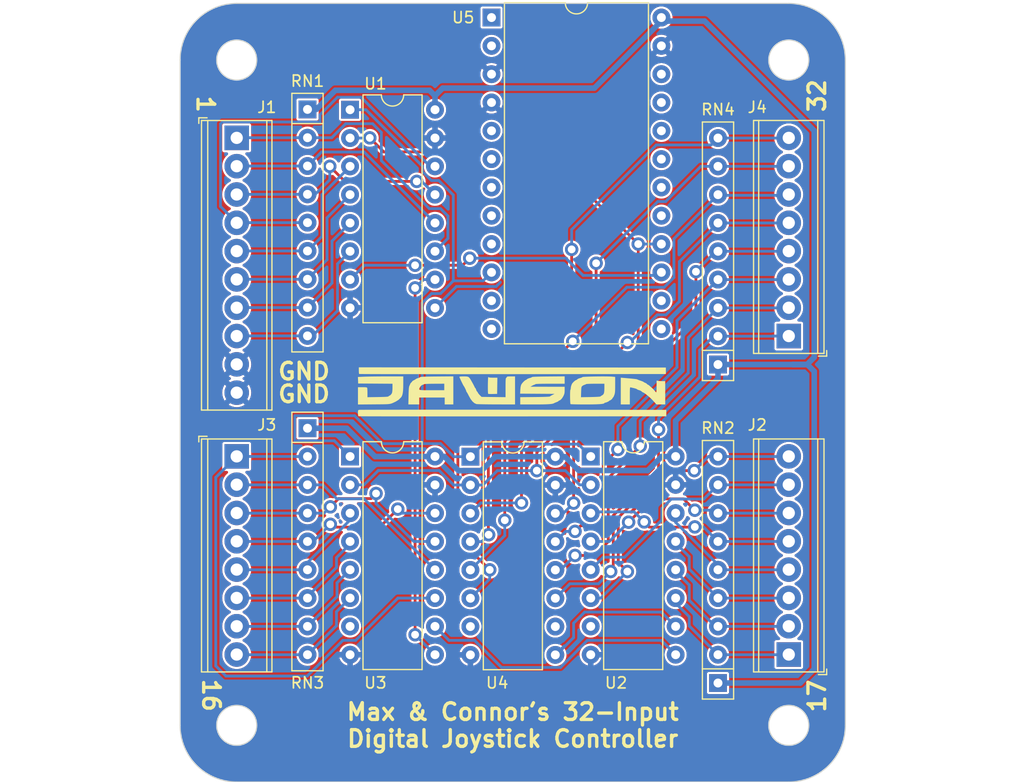
<source format=kicad_pcb>
(kicad_pcb (version 20211014) (generator pcbnew)
  (layers (0 "F.Cu" signal) (31 "B.Cu" signal) (34 "B.Paste" user) (35 "F.Paste" user) (36 "B.SilkS" user "B.Silkscreen") (37 "F.SilkS" user "F.Silkscreen") (38 "B.Mask" user) (39 "F.Mask" user) (44 "Edge.Cuts" user))
  (net 0 "")
  (net 1 "GNDREF")
  (net 2 "LOAD")
  (net 3 "SCLK")
  (net 4 "MISO")
  (net 5 "unconnected-(U1-Pad9)")
  (net 6 "9-16")
  (net 7 "+5V")
  (net 8 "17-24")
  (net 10 "25-32")
  (net 31 "/D0_0")
  (net 32 "/D1_0")
  (net 33 "/D2_0")
  (net 34 "/D3_0")
  (net 35 "/D4_0")
  (net 36 "/D5_0")
  (net 37 "/D6_0")
  (net 38 "/D7_0")
  (net 39 "/D0_2")
  (net 40 "/D1_2")
  (net 41 "/D2_2")
  (net 42 "/D3_2")
  (net 43 "/D4_2")
  (net 44 "/D5_2")
  (net 45 "/D6_2")
  (net 46 "/D7_2")
  (net 47 "/D0_1")
  (net 48 "/D1_1")
  (net 49 "/D2_1")
  (net 50 "/D3_1")
  (net 51 "/D4_1")
  (net 52 "/D5_1")
  (net 53 "/D6_1")
  (net 54 "/D7_1")
  (net 55 "/D0_3")
  (net 56 "/D1_3")
  (net 57 "/D2_3")
  (net 58 "/D3_3")
  (net 59 "/D4_3")
  (net 60 "/D5_3")
  (net 61 "/D6_3")
  (net 62 "/D7_3")
  (footprint "Package_DIP:DIP-16_W7.62mm" (layer "F.Cu") (at 124.47 83.835)
    (fp_text reference "U3")
    (fp_text value "74HC165")
  )
  (footprint "Resistor_THT:R_Array_SIP9" (layer "F.Cu") (at 157.48 104.155 90)
    (fp_text reference "RN2")
    (fp_text value "10K")
  )
  (footprint "dawson:dawson" (layer "F.Cu") (at 139 78)
    (fp_text reference "G***" hide)
    (fp_text value "LOGO" hide)
  )
  (footprint "synthead:Alignment_Pin" (layer "F.Cu") (at 93.472 77.851)
    (fp_text reference "2xPCB" hide)
    (fp_text value "Alignment_Pin")
  )
  (footprint "TerminalBlock_Phoenix:TerminalBlock_Phoenix_MPT-0,5-8-2.54_1x08_P2.54mm_Horizontal" (layer "F.Cu") (at 163.83 73.025 90)
    (fp_text reference "J4")
    (fp_text value "Inputs 25-32")
  )
  (footprint "synthead:Alignment_Pin" (layer "F.Cu") (at 174.244 78.359)
    (fp_text reference "2xPCB" hide)
    (fp_text value "Alignment_Pin")
  )
  (footprint "TerminalBlock_Phoenix:TerminalBlock_Phoenix_MPT-0,5-10-2.54_1x10_P2.54mm_Horizontal" (layer "F.Cu") (at 114.3 55.245 -90)
    (fp_text reference "J1")
    (fp_text value "Inputs 1-8")
  )
  (footprint "Resistor_THT:R_Array_SIP9" (layer "F.Cu") (at 120.65 52.69 -90)
    (fp_text reference "RN1")
    (fp_text value "10K")
  )
  (footprint "TerminalBlock_Phoenix:TerminalBlock_Phoenix_MPT-0,5-8-2.54_1x08_P2.54mm_Horizontal" (layer "F.Cu") (at 163.83 101.6 90)
    (fp_text reference "J2")
    (fp_text value "Inputs 17-24")
  )
  (footprint "Resistor_THT:R_Array_SIP9" (layer "F.Cu") (at 120.65 81.295 -90)
    (fp_text reference "RN3")
    (fp_text value "10K")
  )
  (footprint "Resistor_THT:R_Array_SIP9" (layer "F.Cu") (at 157.48 75.58 90)
    (fp_text reference "RN4")
    (fp_text value "10K")
  )
  (footprint "TerminalBlock_Phoenix:TerminalBlock_Phoenix_MPT-0,5-8-2.54_1x08_P2.54mm_Horizontal" (layer "F.Cu") (at 114.3 83.82 -90)
    (fp_text reference "J3")
    (fp_text value "Inputs 9-16")
  )
  (footprint "Package_DIP:DIP-16_W7.62mm" (layer "F.Cu") (at 135.265 83.85)
    (fp_text reference "U4")
    (fp_text value "74HC165")
  )
  (footprint "Package_DIP:DIP-16_W7.62mm" (layer "F.Cu") (at 146.06 83.835)
    (fp_text reference "U2")
    (fp_text value "74HC165")
  )
  (footprint "Package_DIP:DIP-16_W7.62mm" (layer "F.Cu") (at 124.47 52.72)
    (fp_text reference "U1")
    (fp_text value "74HC165")
  )
  (footprint "synthead:ProMicro" (layer "F.Cu") (at 144.78 57.15)
    (fp_text reference "U5")
    (fp_text value "ProMicro")
  )
  (gr_arc (start 163.83 43.18) (mid 167.422102 44.667898) (end 168.91 48.26) (layer "Edge.Cuts") (width 0.1))
  (gr_circle (center 114.3 107.949998) (end 116.096051 107.949998) (layer "Edge.Cuts") (width 0.1) (fill none))
  (gr_line (start 168.91 48.26) (end 168.91 107.95) (layer "Edge.Cuts") (width 0.1))
  (gr_arc (start 109.22 48.26) (mid 110.707898 44.667898) (end 114.3 43.18) (layer "Edge.Cuts") (width 0.1))
  (gr_circle (center 114.3 48.26) (end 115.57 46.99) (layer "Edge.Cuts") (width 0.1) (fill none))
  (gr_arc (start 168.91 107.95) (mid 167.422102 111.542102) (end 163.83 113.03) (layer "Edge.Cuts") (width 0.1))
  (gr_line (start 109.22 107.95) (end 109.22 48.26) (layer "Edge.Cuts") (width 0.1))
  (gr_circle (center 163.83 48.260002) (end 165.626051 48.260002) (layer "Edge.Cuts") (width 0.1) (fill none))
  (gr_line (start 114.3 43.18) (end 163.83 43.18) (layer "Edge.Cuts") (width 0.1))
  (gr_arc (start 114.3 113.03) (mid 110.707898 111.542102) (end 109.22 107.95) (layer "Edge.Cuts") (width 0.1))
  (gr_circle (center 163.83 107.949998) (end 165.626051 107.949998) (layer "Edge.Cuts") (width 0.1) (fill none))
  (gr_line (start 163.83 113.03) (end 114.3 113.03) (layer "Edge.Cuts") (width 0.1))
  (gr_text "16" (at 112.014 103.632 270) (layer "F.SilkS") (effects (font (size 1.5 1.5) (thickness 0.3)) (justify left)))
  (gr_text "Max & Connor's 32-Input\nDigital Joystick Controller" (at 139.065 107.95) (layer "F.SilkS") (effects (font (size 1.5 1.5) (thickness 0.3))))
  (gr_text "1" (at 111.506 51.308 270) (layer "F.SilkS") (effects (font (size 1.5 1.5) (thickness 0.3)) (justify left)))
  (gr_text "GND" (at 117.856 76.2) (layer "F.SilkS") (effects (font (size 1.5 1.5) (thickness 0.3)) (justify left)))
  (gr_text "GND" (at 117.856 78.232) (layer "F.SilkS") (effects (font (size 1.5 1.5) (thickness 0.3)) (justify left)))
  (gr_text "32" (at 166.37 53.086 90) (layer "F.SilkS") (effects (font (size 1.5 1.5) (thickness 0.3)) (justify left)))
  (gr_text "17" (at 166.37 106.934 90) (layer "F.SilkS") (effects (font (size 1.5 1.5) (thickness 0.3)) (justify left)))
  (segment (start 124.47 70.5) (end 125.095 70.5) (width 0.5) (layer "B.Cu") (net 1))
  (segment (start 132.588 82.677) (end 133.761 83.85) (width 0.25) (layer "B.Cu") (net 2))
  (segment (start 119.507 80.188978) (end 119.525489 80.170489) (width 0.25) (layer "B.Cu") (net 2))
  (segment (start 144.95 82.7247) (end 136.39 82.7247) (width 0.25) (layer "B.Cu") (net 2))
  (segment (start 124.47 52.72) (end 125.895 52.72) (width 0.25) (layer "B.Cu") (net 2))
  (segment (start 130.94 70.0594) (end 131.785 69.215) (width 0.25) (layer "B.Cu") (net 2))
  (segment (start 133.731 60.3737) (end 133.731 68.072) (width 0.25) (layer "B.Cu") (net 2))
  (segment (start 119.525489 82.419511) (end 119.507 82.401022) (width 0.25) (layer "B.Cu") (net 2))
  (segment (start 136.398 68.072) (end 133.731 68.072) (width 0.25) (layer "B.Cu") (net 2))
  (segment (start 119.507 82.401022) (end 119.507 80.188978) (width 0.25) (layer "B.Cu") (net 2))
  (segment (start 125.895 52.72) (end 130.965 57.7905) (width 0.25) (layer "B.Cu") (net 2))
  (segment (start 136.39 82.7247) (end 135.265 83.85) (width 0.25) (layer "B.Cu") (net 2))
  (segment (start 127.381 82.677) (end 132.588 82.677) (width 0.25) (layer "B.Cu") (net 2))
  (segment (start 131.785 69.215) (end 132.588 69.215) (width 0.25) (layer "B.Cu") (net 2))
  (segment (start 137.16 67.31) (end 136.398 68.072) (width 0.25) (layer "B.Cu") (net 2))
  (segment (start 124.874489 80.170489) (end 127.381 82.677) (width 0.25) (layer "B.Cu") (net 2))
  (segment (start 119.525489 80.170489) (end 124.874489 80.170489) (width 0.25) (layer "B.Cu") (net 2))
  (segment (start 130.965 57.7905) (end 130.965 58.2658) (width 0.25) (layer "B.Cu") (net 2))
  (segment (start 132.427 59.07) (end 133.731 60.3737) (width 0.25) (layer "B.Cu") (net 2))
  (segment (start 130.965 58.2658) (end 131.77 59.07) (width 0.25) (layer "B.Cu") (net 2))
  (segment (start 132.588 69.215) (end 133.731 68.072) (width 0.25) (layer "B.Cu") (net 2))
  (segment (start 123.054511 82.419511) (end 119.525489 82.419511) (width 0.25) (layer "B.Cu") (net 2))
  (segment (start 146.06 83.835) (end 144.95 82.7247) (width 0.25) (layer "B.Cu") (net 2))
  (segment (start 124.47 83.835) (end 123.054511 82.419511) (width 0.25) (layer "B.Cu") (net 2))
  (segment (start 130.94 82.6737) (end 130.94 70.0594) (width 0.25) (layer "B.Cu") (net 2))
  (segment (start 131.77 59.07) (end 132.427 59.07) (width 0.25) (layer "B.Cu") (net 2))
  (segment (start 133.761 83.85) (end 135.265 83.85) (width 0.25) (layer "B.Cu") (net 2))
  (segment (start 150.3235 74.3624) (end 150.3235 64.77) (width 0.25) (layer "F.Cu") (net 3))
  (segment (start 144.3293 80.3566) (end 150.3235 74.3624) (width 0.25) (layer "F.Cu") (net 3))
  (segment (start 143.9735 58.42) (end 135.4904 58.42) (width 0.25) (layer "F.Cu") (net 3))
  (segment (start 135.4904 58.42) (end 133.5704 56.5) (width 0.25) (layer "F.Cu") (net 3))
  (segment (start 127.493 56.5) (end 126.238 55.245) (width 0.25) (layer "F.Cu") (net 3))
  (segment (start 133.5704 56.5) (end 127.493 56.5) (width 0.25) (layer "F.Cu") (net 3))
  (segment (start 141.224 83.4619) (end 141.224 85.1002) (width 0.25) (layer "F.Cu") (net 3))
  (segment (start 144.3293 80.3566) (end 141.224 83.4619) (width 0.25) (layer "F.Cu") (net 3))
  (segment (start 150.3235 64.77) (end 143.9735 58.42) (width 0.25) (layer "F.Cu") (net 3))
  (via (at 126.238 55.245) (size 1.2) (drill 0.7) (layers "F.Cu" "B.Cu") (net 3))
  (via (at 150.3235 64.77) (size 1.2) (drill 0.7) (layers "F.Cu" "B.Cu") (net 3))
  (via (at 141.224 85.1002) (size 1.2) (drill 0.7) (layers "F.Cu" "B.Cu") (net 3))
  (segment (start 135.265 86.39) (end 133.761 86.39) (width 0.25) (layer "B.Cu") (net 3))
  (segment (start 124.47 55.26) (end 126.223 55.26) (width 0.25) (layer "B.Cu") (net 3))
  (segment (start 132.461 85.09) (end 127 85.09) (width 0.25) (layer "B.Cu") (net 3))
  (segment (start 133.761 86.39) (end 132.461 85.09) (width 0.25) (layer "B.Cu") (net 3))
  (segment (start 125.715 86.375) (end 124.47 86.375) (width 0.25) (layer "B.Cu") (net 3))
  (segment (start 146.06 86.375) (end 145.0625 86.375) (width 0.25) (layer "B.Cu") (net 3))
  (segment (start 127 85.09) (end 125.715 86.375) (width 0.25) (layer "B.Cu") (net 3))
  (segment (start 137.6801 85.1002) (end 136.3903 86.39) (width 0.25) (layer "B.Cu") (net 3))
  (segment (start 145.0625 86.375) (end 143.7877 85.1002) (width 0.25) (layer "B.Cu") (net 3))
  (segment (start 126.223 55.26) (end 126.238 55.245) (width 0.25) (layer "B.Cu") (net 3))
  (segment (start 143.7877 85.1002) (end 137.6801 85.1002) (width 0.25) (layer "B.Cu") (net 3))
  (segment (start 152.4 64.77) (end 150.3235 64.77) (width 0.25) (layer "B.Cu") (net 3))
  (segment (start 136.3903 86.39) (end 135.265 86.39) (width 0.25) (layer "B.Cu") (net 3))
  (segment (start 135.204 66.04) (end 134.569 66.675) (width 0.25) (layer "F.Cu") (net 4))
  (segment (start 134.569 66.675) (end 130.302 66.675) (width 0.25) (layer "F.Cu") (net 4))
  (via (at 130.302 66.675) (size 1.2) (drill 0.7) (layers "F.Cu" "B.Cu") (net 4))
  (via (at 135.204 66.04) (size 1.2) (drill 0.7) (layers "F.Cu" "B.Cu") (net 4))
  (segment (start 145.3768 67.5855) (end 143.8313 66.04) (width 0.25) (layer "B.Cu") (net 4))
  (segment (start 124.47 67.96) (end 125.755 66.675) (width 0.25) (layer "B.Cu") (net 4))
  (segment (start 125.755 66.675) (end 130.302 66.675) (width 0.25) (layer "B.Cu") (net 4))
  (segment (start 152.4 67.31) (end 152.1245 67.5855) (width 0.25) (layer "B.Cu") (net 4))
  (segment (start 152.1245 67.5855) (end 145.3768 67.5855) (width 0.25) (layer "B.Cu") (net 4))
  (segment (start 143.8313 66.04) (end 135.204 66.04) (width 0.25) (layer "B.Cu") (net 4))
  (segment (start 134.01 68.58) (end 137.573 68.58) (width 0.25) (layer "B.Cu") (net 5))
  (segment (start 132.09 70.5) (end 134.01 68.58) (width 0.25) (layer "B.Cu") (net 5))
  (segment (start 137.573 68.58) (end 137.954 68.199) (width 0.25) (layer "B.Cu") (net 5))
  (segment (start 130.302 99.822) (end 130.302 68.707) (width 0.25) (layer "F.Cu") (net 6))
  (via (at 130.302 68.707) (size 1.2) (drill 0.7) (layers "F.Cu" "B.Cu") (net 6))
  (via (at 130.302 99.822) (size 1.2) (drill 0.7) (layers "F.Cu" "B.Cu") (net 6))
  (segment (start 132.09 67.96) (end 131.049 67.96) (width 0.25) (layer "B.Cu") (net 6))
  (segment (start 132.09 101.615) (end 132.09 101.61) (width 0.25) (layer "B.Cu") (net 6))
  (segment (start 132.05 68) (end 132.09 67.96) (width 0.25) (layer "B.Cu") (net 6))
  (segment (start 132.09 101.61) (end 130.302 99.822) (width 0.25) (layer "B.Cu") (net 6))
  (segment (start 131.049 67.96) (end 130.302 68.707) (width 0.25) (layer "B.Cu") (net 6))
  (segment (start 152.4 44.7667) (end 156.273 44.7667) (width 0.5) (layer "B.Cu") (net 7))
  (segment (start 166.116 76.2) (end 165.496 75.58) (width 0.5) (layer "B.Cu") (net 7))
  (segment (start 166.116 102.897) (end 166.116 76.2) (width 0.5) (layer "B.Cu") (net 7))
  (segment (start 166.116 74.93) (end 165.466 75.58) (width 0.5) (layer "B.Cu") (net 7))
  (segment (start 131.599 50.9785) (end 132.09 51.4697) (width 0.5) (layer "B.Cu") (net 7))
  (segment (start 132.09 52.72) (end 132.09 51.4697) (width 0.5) (layer "B.Cu") (net 7))
  (segment (start 165.496 75.58) (end 165.466 75.58) (width 0.5) (layer "B.Cu") (net 7))
  (segment (start 165.466 75.58) (end 164.206 75.58) (width 0.5) (layer "B.Cu") (net 7))
  (segment (start 164.206 75.58) (end 157.48 75.58) (width 0.5) (layer "B.Cu") (net 7))
  (segment (start 123.15 50.9785) (end 131.599 50.9785) (width 0.5) (layer "B.Cu") (net 7))
  (segment (start 156.273 44.7667) (end 166.116 54.61) (width 0.5) (layer "B.Cu") (net 7))
  (segment (start 146.387431 50.779511) (end 132.780189 50.779511) (width 0.5) (layer "B.Cu") (net 7))
  (segment (start 132.09 83.835) (end 126.710518 83.835) (width 0.5) (layer "B.Cu") (net 7))
  (segment (start 165.466 75.58) (end 164.206 75.58) (width 0.5) (layer "B.Cu") (net 7))
  (segment (start 152.4 44.45) (end 152.4 44.7667) (width 0.5) (layer "B.Cu") (net 7))
  (segment (start 149.573971 47.592971) (end 146.387431 50.779511) (width 0.5) (layer "B.Cu") (net 7))
  (segment (start 166.116 54.61) (end 166.116 74.93) (width 0.5) (layer "B.Cu") (net 7))
  (segment (start 124.170518 81.295) (end 120.65 81.295) (width 0.5) (layer "B.Cu") (net 7))
  (segment (start 132.780189 50.779511) (end 132.09 51.4697) (width 0.5) (layer "B.Cu") (net 7))
  (segment (start 153.68 80.6303) (end 153.68 83.835) (width 0.5) (layer "B.Cu") (net 7))
  (segment (start 132.09 83.835) (end 132.933518 83.835) (width 0.5) (layer "B.Cu") (net 7))
  (segment (start 121.438 52.69) (end 123.15 50.9785) (width 0.5) (layer "B.Cu") (net 7))
  (segment (start 152.4 44.7667) (end 149.573971 47.592971) (width 0.5) (layer "B.Cu") (net 7))
  (segment (start 136.261 85.1004) (end 137.511 83.85) (width 0.5) (layer "B.Cu") (net 7))
  (segment (start 157.48 75.58) (end 157.48 76.8303) (width 0.5) (layer "B.Cu") (net 7))
  (segment (start 142.885 83.85) (end 143.757 83.85) (width 0.5) (layer "B.Cu") (net 7))
  (segment (start 132.933518 83.835) (end 134.198918 85.1004) (width 0.5) (layer "B.Cu") (net 7))
  (segment (start 120.65 52.69) (end 121.438 52.69) (width 0.5) (layer "B.Cu") (net 7))
  (segment (start 151.179 85.0854) (end 152.43 83.835) (width 0.5) (layer "B.Cu") (net 7))
  (segment (start 144.993 85.0854) (end 151.179 85.0854) (width 0.5) (layer "B.Cu") (net 7))
  (segment (start 164.858 104.155) (end 166.116 102.897) (width 0.5) (layer "B.Cu") (net 7))
  (segment (start 126.710518 83.835) (end 124.170518 81.295) (width 0.5) (layer "B.Cu") (net 7))
  (segment (start 157.48 104.155) (end 164.858 104.155) (width 0.5) (layer "B.Cu") (net 7))
  (segment (start 143.757 83.85) (end 144.993 85.0854) (width 0.5) (layer "B.Cu") (net 7))
  (segment (start 137.511 83.85) (end 142.885 83.85) (width 0.5) (layer "B.Cu") (net 7))
  (segment (start 134.198918 85.1004) (end 136.261 85.1004) (width 0.5) (layer "B.Cu") (net 7))
  (segment (start 152.43 83.835) (end 153.68 83.835) (width 0.5) (layer "B.Cu") (net 7))
  (segment (start 157.48 76.8303) (end 153.68 80.6303) (width 0.5) (layer "B.Cu") (net 7))
  (segment (start 135.636 100.33) (end 138.061 102.755) (width 0.25) (layer "B.Cu") (net 8))
  (segment (start 143.351 102.755) (end 144.935 101.17) (width 0.25) (layer "B.Cu") (net 8))
  (segment (start 132.715 99.695) (end 132.71 99.695) (width 0.25) (layer "B.Cu") (net 8))
  (segment (start 145.755 100.33) (end 152.395 100.33) (width 0.25) (layer "B.Cu") (net 8))
  (segment (start 144.935 101.149) (end 145.755 100.33) (width 0.25) (layer "B.Cu") (net 8))
  (segment (start 133.35 100.33) (end 135.636 100.33) (width 0.25) (layer "B.Cu") (net 8))
  (segment (start 132.08 99.06) (end 132.715 99.695) (width 0.25) (layer "B.Cu") (net 8))
  (segment (start 138.061 102.755) (end 143.351 102.755) (width 0.25) (layer "B.Cu") (net 8))
  (segment (start 144.935 101.17) (end 144.935 101.149) (width 0.25) (layer "B.Cu") (net 8))
  (segment (start 132.71 99.695) (end 132.09 99.075) (width 0.25) (layer "B.Cu") (net 8))
  (segment (start 132.715 99.695) (end 133.35 100.33) (width 0.25) (layer "B.Cu") (net 8))
  (segment (start 152.395 100.33) (end 153.68 101.615) (width 0.25) (layer "B.Cu") (net 8))
  (segment (start 144.526 100.074) (end 143.763 100.837) (width 0.25) (layer "B.Cu") (net 10))
  (segment (start 144.526 98.7854) (end 144.526 100.074) (width 0.25) (layer "B.Cu") (net 10))
  (segment (start 153.68 99.075) (end 152.395 97.79) (width 0.25) (layer "B.Cu") (net 10))
  (segment (start 143.763 100.837) (end 143 101.6) (width 0.25) (layer "B.Cu") (net 10))
  (segment (start 143.678 100.837) (end 142.885 101.63) (width 0.25) (layer "B.Cu") (net 10))
  (segment (start 145.521 97.79) (end 144.526 98.7854) (width 0.25) (layer "B.Cu") (net 10))
  (segment (start 143.763 100.837) (end 143.678 100.837) (width 0.25) (layer "B.Cu") (net 10))
  (segment (start 152.395 97.79) (end 145.521 97.79) (width 0.25) (layer "B.Cu") (net 10))
  (segment (start 122.824 55.23) (end 124.079 53.975) (width 0.25) (layer "B.Cu") (net 31))
  (segment (start 127.275 54.758) (end 127.275 57.2888) (width 0.25) (layer "B.Cu") (net 31))
  (segment (start 114.315 55.23) (end 114.3 55.245) (width 0.25) (layer "B.Cu") (net 31))
  (segment (start 127.275 57.2888) (end 131.581 61.595) (width 0.25) (layer "B.Cu") (net 31))
  (segment (start 131.581 61.595) (end 132.588 61.595) (width 0.25) (layer "B.Cu") (net 31))
  (segment (start 124.079 53.975) (end 126.492 53.975) (width 0.25) (layer "B.Cu") (net 31))
  (segment (start 132.588 61.595) (end 133.2484 62.2554) (width 0.25) (layer "B.Cu") (net 31))
  (segment (start 114.315 55.23) (end 113.904 55.23) (width 0.25) (layer "B.Cu") (net 31))
  (segment (start 126.492 53.975) (end 127.275 54.758) (width 0.25) (layer "B.Cu") (net 31))
  (segment (start 133.2484 62.2554) (end 133.2484 64.2616) (width 0.25) (layer "B.Cu") (net 31))
  (segment (start 120.65 55.23) (end 122.824 55.23) (width 0.25) (layer "B.Cu") (net 31))
  (segment (start 120.65 55.23) (end 114.315 55.23) (width 0.25) (layer "B.Cu") (net 31))
  (segment (start 133.2484 64.2616) (end 132.09 65.42) (width 0.25) (layer "B.Cu") (net 31))
  (segment (start 114.3 57.785) (end 114.315 57.77) (width 0.25) (layer "B.Cu") (net 32))
  (segment (start 120.65 57.77) (end 121.905 56.515) (width 0.25) (layer "B.Cu") (net 32))
  (segment (start 114.666 57.77) (end 114.315 57.77) (width 0.25) (layer "B.Cu") (net 32))
  (segment (start 120.65 57.77) (end 114.666 57.77) (width 0.25) (layer "B.Cu") (net 32))
  (segment (start 125.725 56.515) (end 132.09 62.88) (width 0.25) (layer "B.Cu") (net 32))
  (segment (start 121.905 56.515) (end 125.725 56.515) (width 0.25) (layer "B.Cu") (net 32))
  (segment (start 124 59.15) (end 122.65 57.8) (width 0.25) (layer "F.Cu") (net 33))
  (segment (start 130.45 59.15) (end 124 59.15) (width 0.25) (layer "F.Cu") (net 33))
  (via (at 130.45 59.15) (size 1.2) (drill 0.7) (layers "F.Cu" "B.Cu") (net 33))
  (via (at 122.65 57.8) (size 1.2) (drill 0.7) (layers "F.Cu" "B.Cu") (net 33))
  (segment (start 132.09 60.34) (end 132.09 60.335) (width 0.25) (layer "B.Cu") (net 33))
  (segment (start 114.412 60.31) (end 114.315 60.31) (width 0.25) (layer "B.Cu") (net 33))
  (segment (start 121.34 60.31) (end 122.65 59) (width 0.25) (layer "B.Cu") (net 33))
  (segment (start 114.3 60.325) (end 114.315 60.31) (width 0.25) (layer "B.Cu") (net 33))
  (segment (start 120.65 60.31) (end 114.412 60.31) (width 0.25) (layer "B.Cu") (net 33))
  (segment (start 132.09 60.335) (end 130.905 59.15) (width 0.25) (layer "B.Cu") (net 33))
  (segment (start 130.905 59.15) (end 130.45 59.15) (width 0.25) (layer "B.Cu") (net 33))
  (segment (start 120.65 60.31) (end 121.34 60.31) (width 0.25) (layer "B.Cu") (net 33))
  (segment (start 122.65 59) (end 122.65 57.8) (width 0.25) (layer "B.Cu") (net 33))
  (segment (start 125.445 51.5955) (end 123.346 51.5955) (width 0.25) (layer "B.Cu") (net 34))
  (segment (start 112.845 61.3951) (end 114.3 62.85) (width 0.25) (layer "B.Cu") (net 34))
  (segment (start 112.845 53.9931) (end 112.845 61.3951) (width 0.25) (layer "B.Cu") (net 34))
  (segment (start 121.775 53.8145) (end 121.769 53.8196) (width 0.25) (layer "B.Cu") (net 34))
  (segment (start 120.65 62.85) (end 114.442 62.85) (width 0.25) (layer "B.Cu") (net 34))
  (segment (start 114.3 62.85) (end 114.3 62.865) (width 0.25) (layer "B.Cu") (net 34))
  (segment (start 113.019 53.8196) (end 112.845 53.9931) (width 0.25) (layer "B.Cu") (net 34))
  (segment (start 132.09 57.8) (end 131.65 57.8) (width 0.25) (layer "B.Cu") (net 34))
  (segment (start 121.769 53.8196) (end 113.019 53.8196) (width 0.25) (layer "B.Cu") (net 34))
  (segment (start 123.346 51.5955) (end 121.775 53.1665) (width 0.25) (layer "B.Cu") (net 34))
  (segment (start 114.442 62.85) (end 114.3 62.85) (width 0.25) (layer "B.Cu") (net 34))
  (segment (start 121.775 53.1665) (end 121.775 53.8145) (width 0.25) (layer "B.Cu") (net 34))
  (segment (start 131.65 57.8) (end 125.445 51.5955) (width 0.25) (layer "B.Cu") (net 34))
  (segment (start 121.95 60.3357) (end 121.95 64.09) (width 0.25) (layer "B.Cu") (net 35))
  (segment (start 124.47 57.8) (end 124.47 57.8157) (width 0.25) (layer "B.Cu") (net 35))
  (segment (start 121.95 64.09) (end 120.65 65.39) (width 0.25) (layer "B.Cu") (net 35))
  (segment (start 124.47 57.8157) (end 121.95 60.3357) (width 0.25) (layer "B.Cu") (net 35))
  (segment (start 114.315 65.39) (end 114.3 65.405) (width 0.25) (layer "B.Cu") (net 35))
  (segment (start 114.315 65.39) (end 114.158 65.39) (width 0.25) (layer "B.Cu") (net 35))
  (segment (start 120.65 65.39) (end 114.315 65.39) (width 0.25) (layer "B.Cu") (net 35))
  (segment (start 114.315 67.93) (end 114.3 67.945) (width 0.25) (layer "B.Cu") (net 36))
  (segment (start 120.65 67.93) (end 114.315 67.93) (width 0.25) (layer "B.Cu") (net 36))
  (segment (start 122.4 62.41) (end 124.47 60.34) (width 0.25) (layer "B.Cu") (net 36))
  (segment (start 114.315 67.93) (end 114.158 67.93) (width 0.25) (layer "B.Cu") (net 36))
  (segment (start 122.4 66.18) (end 122.4 62.41) (width 0.25) (layer "B.Cu") (net 36))
  (segment (start 120.65 67.93) (end 122.4 66.18) (width 0.25) (layer "B.Cu") (net 36))
  (segment (start 120.65 67.93) (end 120.65 67.3673) (width 0.25) (layer "B.Cu") (net 36))
  (segment (start 114.315 70.47) (end 114.3 70.485) (width 0.25) (layer "B.Cu") (net 37))
  (segment (start 120.65 70.47) (end 114.412 70.47) (width 0.25) (layer "B.Cu") (net 37))
  (segment (start 122.85 68.27) (end 122.85 64.5) (width 0.25) (layer "B.Cu") (net 37))
  (segment (start 114.412 70.47) (end 114.315 70.47) (width 0.25) (layer "B.Cu") (net 37))
  (segment (start 120.65 70.47) (end 121.046 70.47) (width 0.25) (layer "B.Cu") (net 37))
  (segment (start 120.65 70.47) (end 122.85 68.27) (width 0.25) (layer "B.Cu") (net 37))
  (segment (start 122.85 64.5) (end 124.47 62.88) (width 0.25) (layer "B.Cu") (net 37))
  (segment (start 120.65 70.47) (end 120.65 69.9073) (width 0.25) (layer "B.Cu") (net 37))
  (segment (start 121.097 73.01) (end 120.65 73.01) (width 0.25) (layer "B.Cu") (net 38))
  (segment (start 114.315 73.01) (end 120.65 73.01) (width 0.25) (layer "B.Cu") (net 38))
  (segment (start 123.342 70.7644) (end 121.097 73.01) (width 0.25) (layer "B.Cu") (net 38))
  (segment (start 124.47 65.42) (end 123.342 66.5476) (width 0.25) (layer "B.Cu") (net 38))
  (segment (start 114.3 73.025) (end 114.315 73.01) (width 0.25) (layer "B.Cu") (net 38))
  (segment (start 123.342 66.5476) (end 123.342 70.7644) (width 0.25) (layer "B.Cu") (net 38))
  (segment (start 163.815 101.615) (end 163.896 101.615) (width 0.25) (layer "B.Cu") (net 39))
  (segment (start 163.815 101.615) (end 163.83 101.6) (width 0.25) (layer "B.Cu") (net 39))
  (segment (start 154.9 99.035) (end 157.48 101.615) (width 0.25) (layer "B.Cu") (net 39))
  (segment (start 157.48 101.615) (end 163.815 101.615) (width 0.25) (layer "B.Cu") (net 39))
  (segment (start 154.9 98.2072) (end 154.9 99.035) (width 0.25) (layer "B.Cu") (net 39))
  (segment (start 153.68 96.535) (end 153.68 96.9872) (width 0.25) (layer "B.Cu") (net 39))
  (segment (start 153.68 96.9872) (end 154.9 98.2072) (width 0.25) (layer "B.Cu") (net 39))
  (segment (start 157.48 99.075) (end 163.561 99.075) (width 0.25) (layer "B.Cu") (net 40))
  (segment (start 154.9 95.3624) (end 154.9 96.734) (width 0.25) (layer "B.Cu") (net 40))
  (segment (start 157.241 99.075) (end 157.48 99.075) (width 0.25) (layer "B.Cu") (net 40))
  (segment (start 154.9 96.734) (end 157.241 99.075) (width 0.25) (layer "B.Cu") (net 40))
  (segment (start 163.815 99.075) (end 163.83 99.06) (width 0.25) (layer "B.Cu") (net 40))
  (segment (start 153.68 94.1424) (end 154.9 95.3624) (width 0.25) (layer "B.Cu") (net 40))
  (segment (start 153.68 93.995) (end 153.68 94.1424) (width 0.25) (layer "B.Cu") (net 40))
  (segment (start 163.561 99.075) (end 163.815 99.075) (width 0.25) (layer "B.Cu") (net 40))
  (segment (start 153.68 91.455) (end 153.68 91.6024) (width 0.25) (layer "B.Cu") (net 41))
  (segment (start 154.9 92.8224) (end 154.9 93.94) (width 0.25) (layer "B.Cu") (net 41))
  (segment (start 154.9 93.94) (end 157.48 96.52) (width 0.25) (layer "B.Cu") (net 41))
  (segment (start 157.48 96.535) (end 163.815 96.535) (width 0.25) (layer "B.Cu") (net 41))
  (segment (start 153.68 91.6024) (end 154.9 92.8224) (width 0.25) (layer "B.Cu") (net 41))
  (segment (start 163.815 96.535) (end 163.83 96.52) (width 0.25) (layer "B.Cu") (net 41))
  (segment (start 163.815 96.535) (end 164.607 96.535) (width 0.25) (layer "B.Cu") (net 41))
  (segment (start 157.48 96.52) (end 157.48 96.535) (width 0.25) (layer "B.Cu") (net 41))
  (segment (start 157.48 93.537445) (end 157.48 93.995) (width 0.25) (layer "B.Cu") (net 42))
  (segment (start 163.815 93.995) (end 163.917 93.995) (width 0.25) (layer "B.Cu") (net 42))
  (segment (start 157.48 93.995) (end 163.815 93.995) (width 0.25) (layer "B.Cu") (net 42))
  (segment (start 163.815 93.995) (end 163.83 93.98) (width 0.25) (layer "B.Cu") (net 42))
  (segment (start 153.68 89.737445) (end 157.48 93.537445) (width 0.25) (layer "B.Cu") (net 42))
  (segment (start 153.68 88.915) (end 153.68 89.737445) (width 0.25) (layer "B.Cu") (net 42))
  (segment (start 150.856842 89.699884) (end 151.326958 90.17) (width 0.25) (layer "F.Cu") (net 43))
  (segment (start 155.379998 90.17) (end 155.399998 90.15) (width 0.25) (layer "F.Cu") (net 43))
  (segment (start 151.326958 90.17) (end 155.379998 90.17) (width 0.25) (layer "F.Cu") (net 43))
  (via (at 150.856842 89.699884) (size 1.2) (drill 0.7) (layers "F.Cu" "B.Cu") (net 43))
  (via (at 155.399998 90.15) (size 1.2) (drill 0.7) (layers "F.Cu" "B.Cu") (net 43))
  (segment (start 149.956158 88.7992) (end 150.856842 89.699884) (width 0.25) (layer "B.Cu") (net 43))
  (segment (start 157.48 91.455) (end 156.175 90.15) (width 0.25) (layer "B.Cu") (net 43))
  (segment (start 156.175 90.15) (end 155.399998 90.15) (width 0.25) (layer "B.Cu") (net 43))
  (segment (start 157.48 91.455) (end 163.815 91.455) (width 0.25) (layer "B.Cu") (net 43))
  (segment (start 163.815 91.455) (end 163.83 91.44) (width 0.25) (layer "B.Cu") (net 43))
  (segment (start 146.176 88.7992) (end 149.956158 88.7992) (width 0.25) (layer "B.Cu") (net 43))
  (segment (start 146.06 88.915) (end 146.176 88.7992) (width 0.25) (layer "B.Cu") (net 43))
  (segment (start 163.815 91.455) (end 163.866 91.455) (width 0.25) (layer "B.Cu") (net 43))
  (segment (start 155.4 88.65) (end 154.38 87.63) (width 0.25) (layer "F.Cu") (net 44))
  (segment (start 151.551242 87.63) (end 149.457542 89.7237) (width 0.25) (layer "F.Cu") (net 44))
  (segment (start 154.38 87.63) (end 151.551242 87.63) (width 0.25) (layer "F.Cu") (net 44))
  (via (at 155.4 88.65) (size 1.2) (drill 0.7) (layers "F.Cu" "B.Cu") (net 44))
  (via (at 149.457542 89.7237) (size 1.2) (drill 0.7) (layers "F.Cu" "B.Cu") (net 44))
  (segment (start 163.815 88.915) (end 164.221 88.915) (width 0.25) (layer "B.Cu") (net 44))
  (segment (start 157.48 88.915) (end 157.215 88.65) (width 0.25) (layer "B.Cu") (net 44))
  (segment (start 146.06 91.455) (end 147.726242 91.455) (width 0.25) (layer "B.Cu") (net 44))
  (segment (start 158.043 88.915) (end 157.48 88.915) (width 0.25) (layer "B.Cu") (net 44))
  (segment (start 163.815 88.915) (end 163.83 88.9) (width 0.25) (layer "B.Cu") (net 44))
  (segment (start 158.043 88.915) (end 163.815 88.915) (width 0.25) (layer "B.Cu") (net 44))
  (segment (start 157.215 88.65) (end 155.4 88.65) (width 0.25) (layer "B.Cu") (net 44))
  (segment (start 157.48 88.915) (end 158.043 88.915) (width 0.25) (layer "B.Cu") (net 44))
  (segment (start 147.726242 91.455) (end 149.457542 89.7237) (width 0.25) (layer "B.Cu") (net 44))
  (segment (start 152.441 89.5168) (end 152.441 88.4998) (width 0.25) (layer "B.Cu") (net 45))
  (segment (start 163.815 86.375) (end 164.251 86.375) (width 0.25) (layer "B.Cu") (net 45))
  (segment (start 163.815 86.375) (end 163.83 86.36) (width 0.25) (layer "B.Cu") (net 45))
  (segment (start 153.29 87.65) (end 156.205 87.65) (width 0.25) (layer "B.Cu") (net 45))
  (segment (start 156.205 87.65) (end 157.48 86.375) (width 0.25) (layer "B.Cu") (net 45))
  (segment (start 146.06 93.995) (end 147.185 92.8697) (width 0.25) (layer "B.Cu") (net 45))
  (segment (start 158.043 86.375) (end 163.815 86.375) (width 0.25) (layer "B.Cu") (net 45))
  (segment (start 147.185 92.8697) (end 149.088 92.8697) (width 0.25) (layer "B.Cu") (net 45))
  (segment (start 157.48 86.375) (end 158.043 86.375) (width 0.25) (layer "B.Cu") (net 45))
  (segment (start 158.043 86.375) (end 157.48 86.375) (width 0.25) (layer "B.Cu") (net 45))
  (segment (start 152.441 88.4998) (end 153.29 87.65) (width 0.25) (layer "B.Cu") (net 45))
  (segment (start 149.088 92.8697) (end 152.441 89.5168) (width 0.25) (layer "B.Cu") (net 45))
  (segment (start 148.533042 89.31022) (end 148.533042 93.333042) (width 0.25) (layer "F.Cu") (net 46))
  (segment (start 155.35 85.1) (end 152.743262 85.1) (width 0.25) (layer "F.Cu") (net 46))
  (segment (start 152.743262 85.1) (end 148.533042 89.31022) (width 0.25) (layer "F.Cu") (net 46))
  (segment (start 148.533042 93.333042) (end 149.35 94.15) (width 0.25) (layer "F.Cu") (net 46))
  (via (at 149.35 94.15) (size 1.2) (drill 0.7) (layers "F.Cu" "B.Cu") (net 46))
  (via (at 155.35 85.1) (size 1.2) (drill 0.7) (layers "F.Cu" "B.Cu") (net 46))
  (segment (start 163.693 83.835) (end 163.815 83.835) (width 0.25) (layer "B.Cu") (net 46))
  (segment (start 156.615 83.835) (end 155.35 85.1) (width 0.25) (layer "B.Cu") (net 46))
  (segment (start 146.06 96.535) (end 146.965 96.535) (width 0.25) (layer "B.Cu") (net 46))
  (segment (start 163.815 83.835) (end 163.83 83.82) (width 0.25) (layer "B.Cu") (net 46))
  (segment (start 157.48 83.835) (end 156.615 83.835) (width 0.25) (layer "B.Cu") (net 46))
  (segment (start 146.965 96.535) (end 149.35 94.15) (width 0.25) (layer "B.Cu") (net 46))
  (segment (start 157.48 83.835) (end 163.693 83.835) (width 0.25) (layer "B.Cu") (net 46))
  (segment (start 114.3 83.82) (end 114.3 83.8275) (width 0.25) (layer "B.Cu") (net 47))
  (segment (start 119.525 83.835) (end 120.65 83.835) (width 0.25) (layer "B.Cu") (net 47))
  (segment (start 123.825 100.33) (end 124.968 100.33) (width 0.25) (layer "B.Cu") (net 47))
  (segment (start 128.763 96.535) (end 132.09 96.535) (width 0.25) (layer "B.Cu") (net 47))
  (segment (start 119.517 83.8275) (end 119.525 83.835) (width 0.25) (layer "B.Cu") (net 47))
  (segment (start 114.3 83.8275) (end 112.42 85.7071) (width 0.25) (layer "B.Cu") (net 47))
  (segment (start 112.42 85.7071) (end 112.42 102.616) (width 0.25) (layer "B.Cu") (net 47))
  (segment (start 113.335 103.53) (end 120.625 103.53) (width 0.25) (layer "B.Cu") (net 47))
  (segment (start 114.3 83.8275) (end 119.517 83.8275) (width 0.25) (layer "B.Cu") (net 47))
  (segment (start 112.42 102.616) (end 113.335 103.53) (width 0.25) (layer "B.Cu") (net 47))
  (segment (start 120.625 103.53) (end 123.825 100.33) (width 0.25) (layer "B.Cu") (net 47))
  (segment (start 124.968 100.33) (end 128.763 96.535) (width 0.25) (layer "B.Cu") (net 47))
  (segment (start 114.315 86.375) (end 113.934 86.375) (width 0.25) (layer "B.Cu") (net 48))
  (segment (start 122.032 86.375) (end 123.287 87.63) (width 0.25) (layer "B.Cu") (net 48))
  (segment (start 120.65 86.375) (end 122.032 86.375) (width 0.25) (layer "B.Cu") (net 48))
  (segment (start 114.315 86.375) (end 114.3 86.36) (width 0.25) (layer "B.Cu") (net 48))
  (segment (start 125.725 87.63) (end 132.09 93.995) (width 0.25) (layer "B.Cu") (net 48))
  (segment (start 120.65 86.375) (end 114.315 86.375) (width 0.25) (layer "B.Cu") (net 48))
  (segment (start 123.287 87.63) (end 125.725 87.63) (width 0.25) (layer "B.Cu") (net 48))
  (segment (start 126.344 87.6061) (end 123.444 87.6061) (width 0.25) (layer "F.Cu") (net 49))
  (segment (start 123.444 87.6061) (end 122.7 88.35) (width 0.25) (layer "F.Cu") (net 49))
  (segment (start 126.8 87.15) (end 126.344 87.6061) (width 0.25) (layer "F.Cu") (net 49))
  (via (at 126.8 87.15) (size 1.2) (drill 0.7) (layers "F.Cu" "B.Cu") (net 49))
  (via (at 122.7 88.35) (size 1.2) (drill 0.7) (layers "F.Cu" "B.Cu") (net 49))
  (segment (start 114.569 88.915) (end 114.315 88.915) (width 0.25) (layer "B.Cu") (net 49))
  (segment (start 120.65 88.915) (end 122.135 88.915) (width 0.25) (layer "B.Cu") (net 49))
  (segment (start 122.135 88.915) (end 122.7 88.35) (width 0.25) (layer "B.Cu") (net 49))
  (segment (start 132.09 91.455) (end 130.19 91.455) (width 0.25) (layer "B.Cu") (net 49))
  (segment (start 114.315 88.915) (end 114.3 88.9) (width 0.25) (layer "B.Cu") (net 49))
  (segment (start 120.65 88.915) (end 114.569 88.915) (width 0.25) (layer "B.Cu") (net 49))
  (segment (start 130.19 91.455) (end 126.8 88.065) (width 0.25) (layer "B.Cu") (net 49))
  (segment (start 126.8 88.065) (end 126.8 87.15) (width 0.25) (layer "B.Cu") (net 49))
  (segment (start 122.954 90.17) (end 122.7 89.916) (width 0.25) (layer "F.Cu") (net 50))
  (segment (start 128.75 88.55) (end 127.13 90.17) (width 0.25) (layer "F.Cu") (net 50))
  (segment (start 127.13 90.17) (end 122.954 90.17) (width 0.25) (layer "F.Cu") (net 50))
  (via (at 128.75 88.55) (size 1.2) (drill 0.7) (layers "F.Cu" "B.Cu") (net 50))
  (via (at 122.7 89.916) (size 1.2) (drill 0.7) (layers "F.Cu" "B.Cu") (net 50))
  (segment (start 121.161 91.455) (end 122.7 89.916) (width 0.25) (layer "B.Cu") (net 50))
  (segment (start 129.115 88.915) (end 128.75 88.55) (width 0.25) (layer "B.Cu") (net 50))
  (segment (start 120.65 91.455) (end 121.161 91.455) (width 0.25) (layer "B.Cu") (net 50))
  (segment (start 120.65 91.455) (end 114.315 91.455) (width 0.25) (layer "B.Cu") (net 50))
  (segment (start 114.315 91.455) (end 114.3 91.44) (width 0.25) (layer "B.Cu") (net 50))
  (segment (start 132.09 88.915) (end 129.115 88.915) (width 0.25) (layer "B.Cu") (net 50))
  (segment (start 120.65 93.995) (end 120.65 93.3481) (width 0.25) (layer "B.Cu") (net 51))
  (segment (start 124.47 89.5281) (end 124.47 88.915) (width 0.25) (layer "B.Cu") (net 51))
  (segment (start 120.327 93.995) (end 114.315 93.995) (width 0.25) (layer "B.Cu") (net 51))
  (segment (start 120.65 93.3481) (end 124.47 89.5281) (width 0.25) (layer "B.Cu") (net 51))
  (segment (start 120.65 93.995) (end 120.327 93.995) (width 0.25) (layer "B.Cu") (net 51))
  (segment (start 114.315 93.995) (end 114.3 93.98) (width 0.25) (layer "B.Cu") (net 51))
  (segment (start 114.315 93.995) (end 114.061 93.995) (width 0.25) (layer "B.Cu") (net 51))
  (segment (start 120.65 93.995) (end 120.327 93.995) (width 0.25) (layer "B.Cu") (net 51))
  (segment (start 114.315 96.535) (end 114.3 96.52) (width 0.25) (layer "B.Cu") (net 52))
  (segment (start 120.65 96.535) (end 120.087 96.535) (width 0.25) (layer "B.Cu") (net 52))
  (segment (start 120.087 96.535) (end 114.315 96.535) (width 0.25) (layer "B.Cu") (net 52))
  (segment (start 123.25 93.793) (end 120.65 96.393) (width 0.25) (layer "B.Cu") (net 52))
  (segment (start 120.65 96.393) (end 120.65 96.535) (width 0.25) (layer "B.Cu") (net 52))
  (segment (start 120.65 96.535) (end 120.087 96.535) (width 0.25) (layer "B.Cu") (net 52))
  (segment (start 114.315 96.535) (end 114.285 96.535) (width 0.25) (layer "B.Cu") (net 52))
  (segment (start 124.47 91.455) (end 124.47 91.684) (width 0.25) (layer "B.Cu") (net 52))
  (segment (start 124.47 91.455) (end 124.47 92.1524) (width 0.25) (layer "B.Cu") (net 52))
  (segment (start 124.47 91.684) (end 123.25 92.904) (width 0.25) (layer "B.Cu") (net 52))
  (segment (start 123.25 92.904) (end 123.25 93.793) (width 0.25) (layer "B.Cu") (net 52))
  (segment (start 124.47 93.995) (end 123.3 95.165) (width 0.25) (layer "B.Cu") (net 53))
  (segment (start 120.65 99.075) (end 114.823 99.075) (width 0.25) (layer "B.Cu") (net 53))
  (segment (start 123.3 95.165) (end 123.3 96.41) (width 0.25) (layer "B.Cu") (net 53))
  (segment (start 114.315 99.075) (end 114.3 99.06) (width 0.25) (layer "B.Cu") (net 53))
  (segment (start 114.823 99.075) (end 114.315 99.075) (width 0.25) (layer "B.Cu") (net 53))
  (segment (start 120.65 99.06) (end 120.65 99.075) (width 0.25) (layer "B.Cu") (net 53))
  (segment (start 123.3 96.41) (end 120.65 99.06) (width 0.25) (layer "B.Cu") (net 53))
  (segment (start 114.315 101.615) (end 113.68 101.615) (width 0.25) (layer "B.Cu") (net 54))
  (segment (start 123.25 97.755) (end 123.25 99.015) (width 0.25) (layer "B.Cu") (net 54))
  (segment (start 124.47 96.535) (end 123.25 97.755) (width 0.25) (layer "B.Cu") (net 54))
  (segment (start 120.65 101.615) (end 114.315 101.615) (width 0.25) (layer "B.Cu") (net 54))
  (segment (start 123.25 99.015) (end 120.65 101.615) (width 0.25) (layer "B.Cu") (net 54))
  (segment (start 114.315 101.615) (end 114.3 101.6) (width 0.25) (layer "B.Cu") (net 54))
  (segment (start 148.083533 89.124037) (end 148.083533 93.916467) (width 0.25) (layer "F.Cu") (net 55))
  (segment (start 148.083533 93.916467) (end 147.85 94.15) (width 0.25) (layer "F.Cu") (net 55))
  (segment (start 152.146 81.407) (end 152.146 85.06157) (width 0.25) (layer "F.Cu") (net 55))
  (segment (start 152.146 85.06157) (end 148.083533 89.124037) (width 0.25) (layer "F.Cu") (net 55))
  (via (at 147.85 94.15) (size 1.2) (drill 0.7) (layers "F.Cu" "B.Cu") (net 55))
  (via (at 152.146 81.407) (size 1.2) (drill 0.7) (layers "F.Cu" "B.Cu") (net 55))
  (segment (start 162.405 73.025) (end 163.83 73.025) (width 0.25) (layer "B.Cu") (net 55))
  (segment (start 157.48 73.04) (end 162.39 73.04) (width 0.25) (layer "B.Cu") (net 55))
  (segment (start 146.75 95.25) (end 147.85 94.15) (width 0.25) (layer "B.Cu") (net 55))
  (segment (start 157.084 73.04) (end 157.48 73.04) (width 0.25) (layer "B.Cu") (net 55))
  (segment (start 142.885 96.55) (end 144.185 95.25) (width 0.25) (layer "B.Cu") (net 55))
  (segment (start 144.185 95.25) (end 146.75 95.25) (width 0.25) (layer "B.Cu") (net 55))
  (segment (start 152.146 80.391) (end 155.829 76.708) (width 0.25) (layer "B.Cu") (net 55))
  (segment (start 155.829 76.708) (end 155.829 74.295) (width 0.25) (layer "B.Cu") (net 55))
  (segment (start 155.829 74.295) (end 157.084 73.04) (width 0.25) (layer "B.Cu") (net 55))
  (segment (start 162.39 73.04) (end 162.405 73.025) (width 0.25) (layer "B.Cu") (net 55))
  (segment (start 152.146 81.407) (end 152.146 80.391) (width 0.25) (layer "B.Cu") (net 55))
  (segment (start 147.634022 91.471278) (end 146.3953 92.71) (width 0.25) (layer "F.Cu") (net 56))
  (segment (start 147.634022 85.765978) (end 147.634022 91.471278) (width 0.25) (layer "F.Cu") (net 56))
  (segment (start 146.3953 92.71) (end 144.653 92.71) (width 0.25) (layer "F.Cu") (net 56))
  (segment (start 150.5 82.9) (end 147.634022 85.765978) (width 0.25) (layer "F.Cu") (net 56))
  (via (at 150.5 82.9) (size 1.2) (drill 0.7) (layers "F.Cu" "B.Cu") (net 56))
  (via (at 144.653 92.71) (size 1.2) (drill 0.7) (layers "F.Cu" "B.Cu") (net 56))
  (segment (start 163.815 70.5) (end 163.83 70.485) (width 0.25) (layer "B.Cu") (net 56))
  (segment (start 142.885 94.01) (end 143.353 94.01) (width 0.25) (layer "B.Cu") (net 56))
  (segment (start 143.353 94.01) (end 144.653 92.71) (width 0.25) (layer "B.Cu") (net 56))
  (segment (start 154.813 73.167) (end 154.813 76.327) (width 0.25) (layer "B.Cu") (net 56))
  (segment (start 157.48 70.5) (end 163.815 70.5) (width 0.25) (layer "B.Cu") (net 56))
  (segment (start 157.48 70.5) (end 154.813 73.167) (width 0.25) (layer "B.Cu") (net 56))
  (segment (start 154.813 76.327) (end 150.5 80.64) (width 0.25) (layer "B.Cu") (net 56))
  (segment (start 150.5 80.64) (end 150.5 82.9) (width 0.25) (layer "B.Cu") (net 56))
  (segment (start 147.184511 89.380789) (end 146.525789 90.039511) (width 0.25) (layer "F.Cu") (net 57))
  (segment (start 148.5 83.2) (end 147.184511 84.515489) (width 0.25) (layer "F.Cu") (net 57))
  (segment (start 145.164489 90.039511) (end 144.653 90.551) (width 0.25) (layer "F.Cu") (net 57))
  (segment (start 147.184511 84.515489) (end 147.184511 89.380789) (width 0.25) (layer "F.Cu") (net 57))
  (segment (start 146.525789 90.039511) (end 145.164489 90.039511) (width 0.25) (layer "F.Cu") (net 57))
  (via (at 148.5 83.2) (size 1.2) (drill 0.7) (layers "F.Cu" "B.Cu") (net 57))
  (via (at 144.653 90.551) (size 1.2) (drill 0.7) (layers "F.Cu" "B.Cu") (net 57))
  (segment (start 157.48 67.96) (end 163.815 67.96) (width 0.25) (layer "B.Cu") (net 57))
  (segment (start 153.797 75.819) (end 148.5 81.116) (width 0.25) (layer "B.Cu") (net 57))
  (segment (start 157.48 67.96) (end 153.797 71.643) (width 0.25) (layer "B.Cu") (net 57))
  (segment (start 153.797 71.643) (end 153.797 75.819) (width 0.25) (layer "B.Cu") (net 57))
  (segment (start 142.885 91.47) (end 143.804 90.551) (width 0.25) (layer "B.Cu") (net 57))
  (segment (start 163.815 67.96) (end 163.83 67.945) (width 0.25) (layer "B.Cu") (net 57))
  (segment (start 148.5 81.116) (end 148.5 83.2) (width 0.25) (layer "B.Cu") (net 57))
  (segment (start 143.804 90.551) (end 144.653 90.551) (width 0.25) (layer "B.Cu") (net 57))
  (segment (start 155.5 67.25) (end 155.5 71.3725) (width 0.25) (layer "F.Cu") (net 58))
  (segment (start 144.526 82.3465) (end 144.526 88.011) (width 0.25) (layer "F.Cu") (net 58))
  (segment (start 155.5 71.3725) (end 144.526 82.3465) (width 0.25) (layer "F.Cu") (net 58))
  (via (at 155.5 67.25) (size 1.2) (drill 0.7) (layers "F.Cu" "B.Cu") (net 58))
  (via (at 144.526 88.011) (size 1.2) (drill 0.7) (layers "F.Cu" "B.Cu") (net 58))
  (segment (start 142.885 88.93) (end 143.607 88.93) (width 0.25) (layer "B.Cu") (net 58))
  (segment (start 157.48 65.42) (end 157.287 65.42) (width 0.25) (layer "B.Cu") (net 58))
  (segment (start 163.815 65.42) (end 163.83 65.405) (width 0.25) (layer "B.Cu") (net 58))
  (segment (start 155.5 67.2072) (end 155.5 67.25) (width 0.25) (layer "B.Cu") (net 58))
  (segment (start 143.607 88.93) (end 144.526 88.011) (width 0.25) (layer "B.Cu") (net 58))
  (segment (start 157.287 65.42) (end 155.5 67.2072) (width 0.25) (layer "B.Cu") (net 58))
  (segment (start 157.48 65.42) (end 163.815 65.42) (width 0.25) (layer "B.Cu") (net 58))
  (segment (start 139.85 83.1) (end 139.85 88) (width 0.25) (layer "F.Cu") (net 59))
  (segment (start 149.35 73.6) (end 139.85 83.1) (width 0.25) (layer "F.Cu") (net 59))
  (via (at 139.85 88) (size 1.2) (drill 0.7) (layers "F.Cu" "B.Cu") (net 59))
  (via (at 149.35 73.6) (size 1.2) (drill 0.7) (layers "F.Cu" "B.Cu") (net 59))
  (segment (start 154.013 66.3473) (end 154.013 69.9155) (width 0.25) (layer "B.Cu") (net 59))
  (segment (start 136.195 88) (end 139.85 88) (width 0.25) (layer "B.Cu") (net 59))
  (segment (start 135.265 88.93) (end 136.195 88) (width 0.25) (layer "B.Cu") (net 59))
  (segment (start 152.808 71.12) (end 152.03 71.12) (width 0.25) (layer "B.Cu") (net 59))
  (segment (start 163.815 62.88) (end 163.83 62.865) (width 0.25) (layer "B.Cu") (net 59))
  (segment (start 149.55 73.6) (end 149.35 73.6) (width 0.25) (layer "B.Cu") (net 59))
  (segment (start 154.013 69.9155) (end 152.808 71.12) (width 0.25) (layer "B.Cu") (net 59))
  (segment (start 157.48 62.88) (end 163.815 62.88) (width 0.25) (layer "B.Cu") (net 59))
  (segment (start 157.48 62.88) (end 154.013 66.3473) (width 0.25) (layer "B.Cu") (net 59))
  (segment (start 152.03 71.12) (end 149.55 73.6) (width 0.25) (layer "B.Cu") (net 59))
  (segment (start 136.876 81.074) (end 136.876 90.826) (width 0.25) (layer "F.Cu") (net 60))
  (segment (start 144.45 73.5) (end 136.876 81.074) (width 0.25) (layer "F.Cu") (net 60))
  (segment (start 136.876 90.826) (end 136.9 90.85) (width 0.25) (layer "F.Cu") (net 60))
  (via (at 136.9 90.85) (size 1.2) (drill 0.7) (layers "F.Cu" "B.Cu") (net 60))
  (via (at 144.45 73.5) (size 1.2) (drill 0.7) (layers "F.Cu" "B.Cu") (net 60))
  (segment (start 162.7494 60.4) (end 163.252 60.9026) (width 0.25) (layer "B.Cu") (net 60))
  (segment (start 153.525 67.7758) (end 152.652 68.6485) (width 0.25) (layer "B.Cu") (net 60))
  (segment (start 157.48 60.34) (end 157.48 60.4) (width 0.25) (layer "B.Cu") (net 60))
  (segment (start 157.48 60.34) (end 153.525 64.2955) (width 0.25) (layer "B.Cu") (net 60))
  (segment (start 162.7494 60.4) (end 163.252 60.4) (width 0.25) (layer "B.Cu") (net 60))
  (segment (start 163.252 60.9026) (end 163.83 60.325) (width 0.25) (layer "B.Cu") (net 60))
  (segment (start 157.48 60.4) (end 157.48 60.9026) (width 0.25) (layer "B.Cu") (net 60))
  (segment (start 149.301 68.6485) (end 144.45 73.5) (width 0.25) (layer "B.Cu") (net 60))
  (segment (start 135.265 91.47) (end 136.28 91.47) (width 0.25) (layer "B.Cu") (net 60))
  (segment (start 152.652 68.6485) (end 149.301 68.6485) (width 0.25) (layer "B.Cu") (net 60))
  (segment (start 157.48 60.4) (end 162.7494 60.4) (width 0.25) (layer "B.Cu") (net 60))
  (segment (start 136.28 91.47) (end 136.9 90.85) (width 0.25) (layer "B.Cu") (net 60))
  (segment (start 153.525 64.2955) (end 153.525 67.7758) (width 0.25) (layer "B.Cu") (net 60))
  (segment (start 146.544 74.2639) (end 138.35 82.4574) (width 0.25) (layer "F.Cu") (net 61))
  (segment (start 146.544 66.4903) (end 146.544 74.2639) (width 0.25) (layer "F.Cu") (net 61))
  (segment (start 138.35 82.4574) (end 138.35 89.55) (width 0.25) (layer "F.Cu") (net 61))
  (via (at 146.544 66.4903) (size 1.2) (drill 0.7) (layers "F.Cu" "B.Cu") (net 61))
  (via (at 138.35 89.55) (size 1.2) (drill 0.7) (layers "F.Cu" "B.Cu") (net 61))
  (segment (start 135.265 94.01) (end 138.35 90.925) (width 0.25) (layer "B.Cu") (net 61))
  (segment (start 152.781 60.96) (end 152.074 60.96) (width 0.25) (layer "B.Cu") (net 61))
  (segment (start 138.35 90.925) (end 138.35 89.55) (width 0.25) (layer "B.Cu") (net 61))
  (segment (start 157.48 57.8) (end 163.815 57.8) (width 0.25) (layer "B.Cu") (net 61))
  (segment (start 152.074 60.96) (end 146.544 66.4903) (width 0.25) (layer "B.Cu") (net 61))
  (segment (start 157.48 57.8) (end 155.941 57.8) (width 0.25) (layer "B.Cu") (net 61))
  (segment (start 155.941 57.8) (end 152.781 60.96) (width 0.25) (layer "B.Cu") (net 61))
  (segment (start 163.815 57.8) (end 163.83 57.785) (width 0.25) (layer "B.Cu") (net 61))
  (segment (start 135.75 92.75) (end 137 94) (width 0.25) (layer "F.Cu") (net 62))
  (segment (start 144.35 65.25) (end 144.35 67.7168) (width 0.25) (layer "F.Cu") (net 62))
  (segment (start 134.955 92.75) (end 135.75 92.75) (width 0.25) (layer "F.Cu") (net 62))
  (segment (start 134.14 91.9358) (end 134.955 92.75) (width 0.25) (layer "F.Cu") (net 62))
  (segment (start 134.14 77.9263) (end 134.14 91.9358) (width 0.25) (layer "F.Cu") (net 62))
  (segment (start 144.35 67.7168) (end 134.14 77.9263) (width 0.25) (layer "F.Cu") (net 62))
  (via (at 137 94) (size 1.2) (drill 0.7) (layers "F.Cu" "B.Cu") (net 62))
  (via (at 144.35 65.25) (size 1.2) (drill 0.7) (layers "F.Cu" "B.Cu") (net 62))
  (segment (start 163.83 55.245) (end 163.815 55.26) (width 0.25) (layer "B.Cu") (net 62))
  (segment (start 151.9428 55.88) (end 144.35 63.4728) (width 0.25) (layer "B.Cu") (net 62))
  (segment (start 135.265 96.55) (end 137 94.815) (width 0.25) (layer "B.Cu") (net 62))
  (segment (start 144.35 63.4728) (end 144.35 65.25) (width 0.25) (layer "B.Cu") (net 62))
  (segment (start 157.48 55.26) (end 156.86 55.88) (width 0.25) (layer "B.Cu") (net 62))
  (segment (start 163.815 55.26) (end 157.48 55.26) (width 0.25) (layer "B.Cu") (net 62))
  (segment (start 156.86 55.88) (end 151.9428 55.88) (width 0.25) (layer "B.Cu") (net 62))
  (segment (start 137 94.815) (end 137 94) (width 0.25) (layer "B.Cu") (net 62))
  (zone (net 0) (net_name "") (layer "F.Cu") (connect_pads (clearance 0)) (min_thickness 0.254) (fill yes (thermal_gap 0.4) (thermal_bridge_width 0.508))
    (polygon (pts (xy 168.91 113.03) (xy 109.22 113.03) (xy 109.22 43.18) (xy 168.91 43.18)))
  )
  (zone (net 1) (net_name "GNDREF") (layer "B.Cu") (connect_pads (clearance 0)) (min_thickness 0.254) (fill yes (thermal_gap 0.4) (thermal_bridge_width 0.508))
    (polygon (pts (xy 168.91 113.03) (xy 109.22 113.03) (xy 109.22 43.18) (xy 168.91 43.18)))
  )
  (zone (net 0) (net_name "") (layer "B.Cu") (connect_pads (clearance 0)) (min_thickness 0.254) (fill yes (thermal_gap 0.6) (thermal_bridge_width 0.508))
    (polygon (pts (xy 168.91 113.03) (xy 109.22 113.03) (xy 109.22 43.18) (xy 168.91 43.18)))
  )
)
</source>
